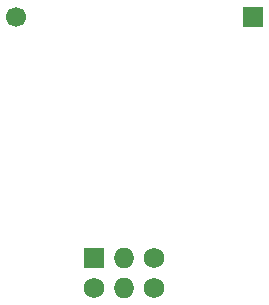
<source format=gbl>
%TF.GenerationSoftware,KiCad,Pcbnew,9.0.2*%
%TF.CreationDate,2025-05-22T21:49:02-05:00*%
%TF.ProjectId,SAO_Pin,53414f5f-5069-46e2-9e6b-696361645f70,1*%
%TF.SameCoordinates,Original*%
%TF.FileFunction,Copper,L2,Bot*%
%TF.FilePolarity,Positive*%
%FSLAX46Y46*%
G04 Gerber Fmt 4.6, Leading zero omitted, Abs format (unit mm)*
G04 Created by KiCad (PCBNEW 9.0.2) date 2025-05-22 21:49:02*
%MOMM*%
%LPD*%
G01*
G04 APERTURE LIST*
%TA.AperFunction,ComponentPad*%
%ADD10R,1.700000X1.700000*%
%TD*%
%TA.AperFunction,ComponentPad*%
%ADD11C,1.700000*%
%TD*%
%TA.AperFunction,ComponentPad*%
%ADD12R,1.727200X1.727200*%
%TD*%
%TA.AperFunction,ComponentPad*%
%ADD13C,1.727200*%
%TD*%
%TA.AperFunction,ComponentPad*%
%ADD14O,1.727200X1.727200*%
%TD*%
G04 APERTURE END LIST*
D10*
%TO.P,BT1,1,+*%
%TO.N,Net-(BT1-+)*%
X154305000Y-93980000D03*
D11*
%TO.P,BT1,2,-*%
%TO.N,GND*%
X134305000Y-93980000D03*
%TD*%
D12*
%TO.P,JSAO1,1,Pin_1*%
%TO.N,Net-(BT1-+)*%
X140880000Y-114320000D03*
D13*
%TO.P,JSAO1,2,Pin_2*%
%TO.N,GND*%
X140880000Y-116860000D03*
D14*
%TO.P,JSAO1,3,Pin_3*%
%TO.N,unconnected-(JSAO1-Pin_3-Pad3)*%
X143420000Y-114320000D03*
%TO.P,JSAO1,4,Pin_4*%
%TO.N,unconnected-(JSAO1-Pin_4-Pad4)*%
X143420000Y-116860000D03*
D13*
%TO.P,JSAO1,5,Pin_5*%
%TO.N,unconnected-(JSAO1-Pin_5-Pad5)*%
X145960000Y-114320000D03*
%TO.P,JSAO1,6,Pin_6*%
%TO.N,unconnected-(JSAO1-Pin_6-Pad6)*%
X145960000Y-116860000D03*
%TD*%
M02*

</source>
